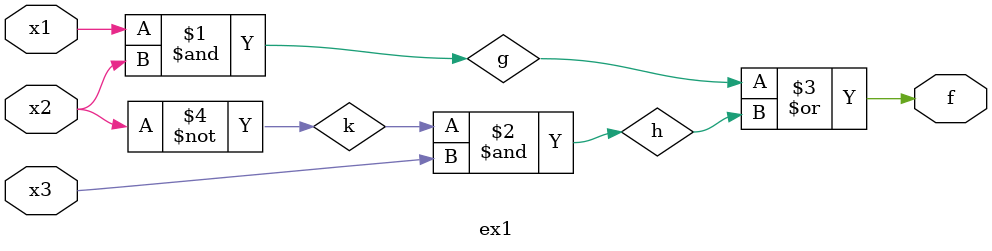
<source format=v>
module ex1(x1, x2, x3, f);
input x1, x2, x3;
output f;
and (g, x1, x2);
not (k, x2);
and (h, k, x3);
or (f, g, h);
endmodule

</source>
